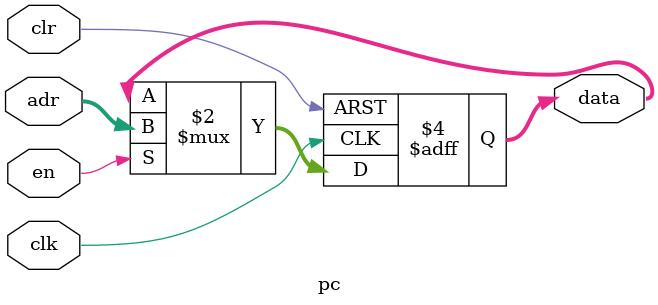
<source format=v>
`timescale 1ns / 1ns

module pc(clk, clr, en, adr, data);
    input clk, clr, en;
    input [31:0] adr;
    output [31:0] data;

    reg [31:0] data;

    always @(posedge clk or posedge clr) begin
        if(clr)
        begin
            data <= 32'b0;
        end 
        else if(en)
        begin
            data <= adr;
        end
    end
endmodule
</source>
